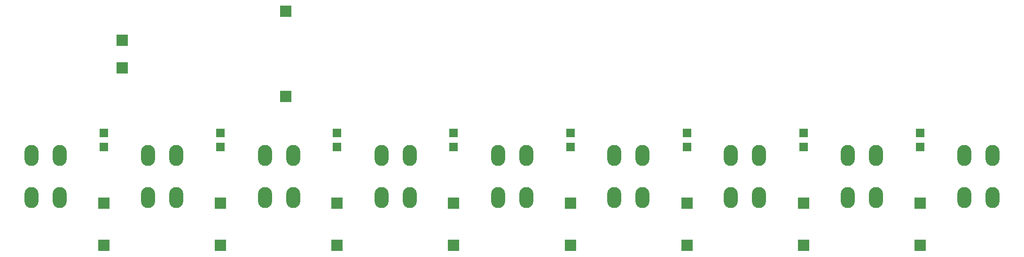
<source format=gbr>
G04 #@! TF.FileFunction,Soldermask,Bot*
%FSLAX46Y46*%
G04 Gerber Fmt 4.6, Leading zero omitted, Abs format (unit mm)*
G04 Created by KiCad (PCBNEW 4.0.7-e2-6376~58~ubuntu16.04.1) date Thu Jul 12 19:01:00 2018*
%MOMM*%
%LPD*%
G01*
G04 APERTURE LIST*
%ADD10C,0.100000*%
%ADD11O,2.540000X3.810000*%
%ADD12R,2.000000X2.000000*%
%ADD13R,1.500000X1.500000*%
G04 APERTURE END LIST*
D10*
D11*
X52920000Y-118380000D03*
X52920000Y-126000000D03*
X58000000Y-118380000D03*
X58000000Y-126000000D03*
X73920000Y-118380000D03*
X73920000Y-126000000D03*
X79000000Y-118380000D03*
X79000000Y-126000000D03*
X95000000Y-118380000D03*
X95000000Y-126000000D03*
X100080000Y-118380000D03*
X100080000Y-126000000D03*
X116000000Y-118380000D03*
X116000000Y-126000000D03*
X121080000Y-118380000D03*
X121080000Y-126000000D03*
X137000000Y-118380000D03*
X137000000Y-126000000D03*
X142080000Y-118380000D03*
X142080000Y-126000000D03*
X157920000Y-118380000D03*
X157920000Y-126000000D03*
X163000000Y-118380000D03*
X163000000Y-126000000D03*
X178920000Y-118380000D03*
X178920000Y-126000000D03*
X184000000Y-118380000D03*
X184000000Y-126000000D03*
X200000000Y-118380000D03*
X200000000Y-126000000D03*
X205080000Y-118380000D03*
X205080000Y-126000000D03*
X221000000Y-118380000D03*
X221000000Y-126000000D03*
X226080000Y-118380000D03*
X226080000Y-126000000D03*
D12*
X69300000Y-97500000D03*
X69300000Y-102500000D03*
X98700000Y-92300000D03*
X98700000Y-107700000D03*
D13*
X66000000Y-114300000D03*
X66000000Y-116840000D03*
D12*
X66000000Y-127000000D03*
X66000000Y-134620000D03*
D13*
X87000000Y-114300000D03*
X87000000Y-116840000D03*
D12*
X87000000Y-127000000D03*
X87000000Y-134620000D03*
D13*
X108000000Y-114300000D03*
X108000000Y-116840000D03*
D12*
X108000000Y-127000000D03*
X108000000Y-134620000D03*
D13*
X129000000Y-114300000D03*
X129000000Y-116840000D03*
D12*
X129000000Y-127000000D03*
X129000000Y-134620000D03*
D13*
X150000000Y-114300000D03*
X150000000Y-116840000D03*
D12*
X150000000Y-127000000D03*
X150000000Y-134620000D03*
D13*
X171000000Y-114300000D03*
X171000000Y-116840000D03*
D12*
X171000000Y-127000000D03*
X171000000Y-134620000D03*
D13*
X192000000Y-114300000D03*
X192000000Y-116840000D03*
D12*
X192000000Y-127000000D03*
X192000000Y-134620000D03*
D13*
X213000000Y-114300000D03*
X213000000Y-116840000D03*
D12*
X213000000Y-127000000D03*
X213000000Y-134620000D03*
M02*

</source>
